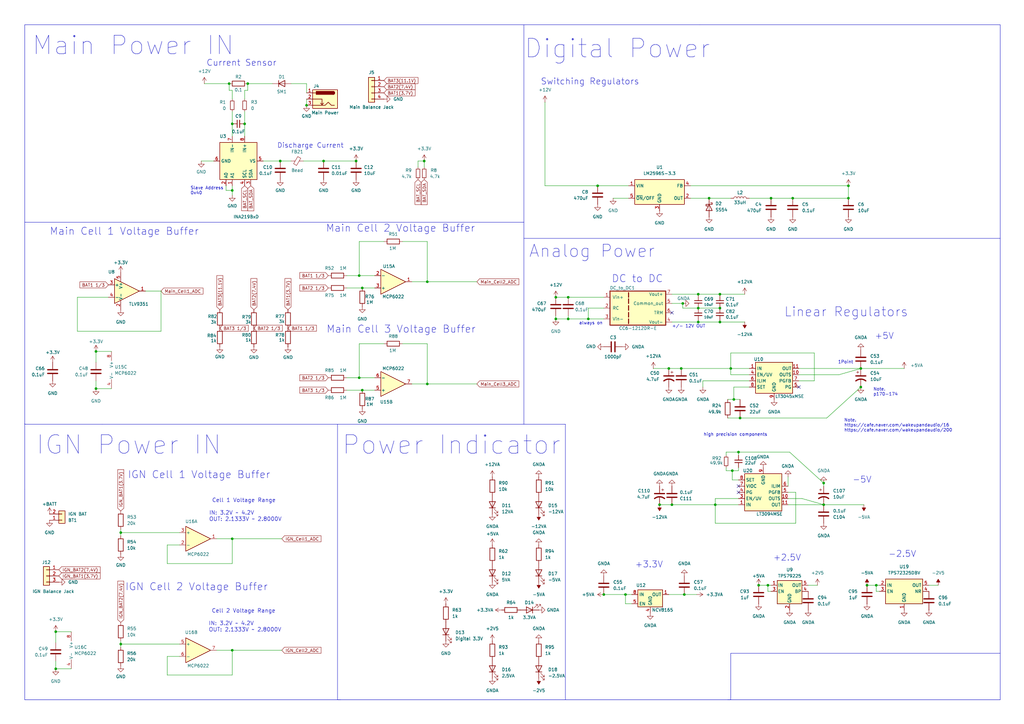
<source format=kicad_sch>
(kicad_sch (version 20250114) (generator "eeschema") (generator_version "9.0")
  (paper "A3")
  (title_block (title "Main Power") (date "2024-09-21") (rev "2.0"))
  (text "-2.5V" (at 370.078 227.33 0) (effects (font (size 2.54 2.54))))
  (text "IGN Cell 2 Voltage Buffer" (at 51.308 242.57 0) (effects (font (size 3 3)) (justify left bottom)))
  (text "Digital Power" (at 253.238 20.066 0) (effects (font (size 7.62 7.62))))
  (text " Cell 2 Voltage Range\n\nIN: 3.2V ~ 4.2V\nOUT: 2.1333V ~ 2.8000V" (at 85.598 259.334 0) (effects (font (size 1.6 1.6)) (justify left bottom)))
  (text "1Point" (at 343.662 149.352 0) (effects (font (size 1.27 1.27)) (justify left bottom)))
  (text "IGN Power IN" (at 52.832 182.626 0) (effects (font (size 7.62 7.62))))
  (text "DC to DC" (at 250.825 116.205 0) (effects (font (size 2.9972 2.9972)) (justify left bottom)))
  (text "Linear Regulators" (at 321.564 130.302 0) (effects (font (size 3.81 3.81)) (justify left bottom)))
  (text "Main Cell 3 Voltage Buffer" (at 133.858 136.906 0) (effects (font (size 3 3)) (justify left bottom)))
  (text "Slave Address\n0x40" (at 78.105 80.01 0) (effects (font (size 1.27 1.27)) (justify left bottom)))
  (text "+3.3V" (at 266.192 231.648 0) (effects (font (size 2.54 2.54))))
  (text "Note.\nhttps://cafe.naver.com/wakeupandaudio/16\nhttps://cafe.naver.com/wakeupandaudio/200" (at 346.202 177.292 0) (effects (font (size 1.27 1.27)) (justify left bottom)))
  (text " Cell 1 Voltage Range\n\nIN: 3.2V ~ 4.2V\nOUT: 2.1333V ~ 2.8000V" (at 85.725 213.995 0) (effects (font (size 1.6 1.6)) (justify left bottom)))
  (text "IGN Cell 1 Voltage Buffer" (at 52.324 196.596 0) (effects (font (size 3 3)) (justify left bottom)))
  (text "high precision components" (at 288.544 179.07 0) (effects (font (size 1.27 1.27)) (justify left bottom)))
  (text "Power Indicator" (at 185.166 182.626 0) (effects (font (size 7.62 7.62))))
  (text "Main Cell 1 Voltage Buffer" (at 20.32 96.774 0) (effects (font (size 3 3)) (justify left bottom)))
  (text "+5V" (at 362.712 137.922 0) (effects (font (size 2.54 2.54))))
  (text "always on" (at 237.49 133.35 0) (effects (font (size 1.27 1.27)) (justify left bottom)))
  (text "-5V" (at 353.568 196.85 0) (effects (font (size 2.54 2.54))))
  (text "+2.5V" (at 322.834 228.854 0) (effects (font (size 2.54 2.54))))
  (text "Main Cell 2 Voltage Buffer" (at 133.604 95.504 0) (effects (font (size 3 3)) (justify left bottom)))
  (text "Switching Regulators" (at 221.742 35.052 0) (effects (font (size 2.54 2.54)) (justify left bottom)))
  (text "Discharge Current" (at 113.665 60.96 0) (effects (font (size 2 2)) (justify left bottom)))
  (text "Note.\np170-174" (at 358.14 162.56 0) (effects (font (size 1.27 1.27)) (justify left bottom)))
  (text "Analog Power" (at 242.824 103.124 0) (effects (font (size 5.08 5.08))))
  (text "+/- 12V OUT" (at 275.59 134.62 0) (effects (font (size 1.27 1.27)) (justify left bottom)))
  (text "Main Power IN" (at 54.61 18.796 0) (effects (font (size 7.62 7.62))))
  (text "Current Sensor" (at 99.06 25.908 0) (effects (font (size 2.54 2.54))))
  (junction (at 337.82 198.12))
  (junction (at 316.23 81.28))
  (junction (at 175.26 115.57))
  (junction (at 314.96 240.03))
  (junction (at 101.6 34.29))
  (junction (at 295.275 120.65))
  (junction (at 95.25 50.8))
  (junction (at 295.275 126.365))
  (junction (at 241.3 130.81))
  (junction (at 39.37 144.145))
  (junction (at 325.12 81.28))
  (junction (at 233.045 121.92))
  (junction (at 125.73 43.18))
  (junction (at 286.385 126.365))
  (junction (at 247.65 243.84))
  (junction (at 347.98 81.28))
  (junction (at 147.32 154.94))
  (junction (at 132.715 66.04))
  (junction (at 173.99 66.04))
  (junction (at 359.41 240.03))
  (junction (at 49.53 218.44))
  (junction (at 337.82 207.01))
  (junction (at 300.355 193.04))
  (junction (at 22.86 259.08))
  (junction (at 347.98 76.2))
  (junction (at 95.25 266.7))
  (junction (at 299.72 151.13))
  (junction (at 114.935 66.04))
  (junction (at 275.59 207.01))
  (junction (at 274.32 151.13))
  (junction (at 256.54 243.84))
  (junction (at 227.965 130.81))
  (junction (at 270.51 207.01))
  (junction (at 290.83 81.28))
  (junction (at 245.11 76.2))
  (junction (at 233.045 130.81))
  (junction (at 353.06 158.75))
  (junction (at 148.59 160.02))
  (junction (at 355.6 240.03))
  (junction (at 286.385 120.65))
  (junction (at 175.26 157.48))
  (junction (at 280.67 243.84))
  (junction (at 39.37 159.385))
  (junction (at 286.385 132.08))
  (junction (at 295.275 132.08))
  (junction (at 311.15 240.03))
  (junction (at 95.25 78.105))
  (junction (at 280.035 124.46))
  (junction (at 93.98 34.29))
  (junction (at 300.99 163.83))
  (junction (at 303.53 171.45))
  (junction (at 22.86 274.32))
  (junction (at 146.05 66.04))
  (junction (at 95.25 220.98))
  (junction (at 279.4 151.13))
  (junction (at 147.32 113.03))
  (junction (at 100.33 50.8))
  (junction (at 49.53 264.16))
  (junction (at 302.895 185.42))
  (junction (at 148.59 118.11))
  (junction (at 293.37 207.01))
  (junction (at 227.965 121.92))
  (junction (at 353.06 151.13))
  (no_connect (at 302.895 201.93))
  (no_connect (at 275.59 128.27))
  (no_connect (at 327.66 158.75))
  (no_connect (at 302.895 199.39))
  (wire (pts (xy 381 240.03) (xy 384.81 240.03)))
  (wire (pts (xy 95.25 50.8) (xy 95.25 55.88)))
  (wire (pts (xy 49.53 218.44) (xy 49.53 219.71)))
  (wire (pts (xy 251.46 81.28) (xy 257.81 81.28)))
  (wire (pts (xy 95.25 276.86) (xy 95.25 266.7)))
  (polyline (pts (xy 10.16 200.66) (xy 10.16 287.02)))
  (wire (pts (xy 314.96 242.57) (xy 314.96 240.03)))
  (wire (pts (xy 148.59 118.11) (xy 153.67 118.11)))
  (wire (pts (xy 171.45 68.58) (xy 171.45 66.04)))
  (wire (pts (xy 256.54 247.65) (xy 256.54 243.84)))
  (wire (pts (xy 293.37 207.01) (xy 302.895 207.01)))
  (wire (pts (xy 293.37 204.47) (xy 293.37 207.01)))
  (wire (pts (xy 337.82 198.12) (xy 337.82 199.39)))
  (wire (pts (xy 66.04 119.38) (xy 59.69 119.38)))
  (polyline (pts (xy 214.884 97.79) (xy 410.21 97.79)))
  (wire (pts (xy 297.815 185.42) (xy 297.815 186.69)))
  (wire (pts (xy 337.82 207.01) (xy 354.33 207.01)))
  (wire (pts (xy 95.25 37.084) (xy 93.98 37.084)))
  (polyline (pts (xy 138.43 287.02) (xy 139.7 287.02)))
  (wire (pts (xy 92.71 76.2) (xy 92.71 78.105)))
  (wire (pts (xy 326.39 201.93) (xy 323.215 201.93)))
  (wire (pts (xy 227.965 129.54) (xy 227.965 130.81)))
  (wire (pts (xy 293.37 204.47) (xy 302.895 204.47)))
  (wire (pts (xy 298.45 163.83) (xy 300.99 163.83)))
  (wire (pts (xy 92.71 78.105) (xy 95.25 78.105)))
  (wire (pts (xy 44.45 121.92) (xy 31.75 121.92)))
  (polyline (pts (xy 299.72 267.97) (xy 299.72 287.02)))
  (wire (pts (xy 295.275 120.65) (xy 295.275 121.285)))
  (wire (pts (xy 275.59 132.08) (xy 286.385 132.08)))
  (wire (pts (xy 300.355 196.85) (xy 302.895 196.85)))
  (wire (pts (xy 275.59 120.65) (xy 286.385 120.65)))
  (wire (pts (xy 175.26 115.57) (xy 168.91 115.57)))
  (wire (pts (xy 49.53 218.44) (xy 73.66 218.44)))
  (wire (pts (xy 295.275 120.65) (xy 305.435 120.65)))
  (polyline (pts (xy 138.43 173.99) (xy 138.43 287.02)))
  (wire (pts (xy 100.33 45.72) (xy 100.33 50.8)))
  (wire (pts (xy 233.045 130.81) (xy 241.3 130.81)))
  (wire (pts (xy 165.1 99.06) (xy 175.26 99.06)))
  (wire (pts (xy 95.25 266.7) (xy 115.57 266.7)))
  (wire (pts (xy 95.25 231.14) (xy 95.25 220.98)))
  (wire (pts (xy 147.32 140.97) (xy 147.32 154.94)))
  (wire (pts (xy 360.68 242.57) (xy 359.41 242.57)))
  (wire (pts (xy 256.54 243.84) (xy 259.08 243.84)))
  (wire (pts (xy 49.53 217.17) (xy 49.53 218.44)))
  (wire (pts (xy 66.04 135.89) (xy 66.04 119.38)))
  (wire (pts (xy 286.385 120.65) (xy 295.275 120.65)))
  (polyline (pts (xy 299.72 287.02) (xy 298.45 287.02)))
  (wire (pts (xy 241.3 126.365) (xy 241.3 130.81)))
  (wire (pts (xy 95.25 37.084) (xy 95.25 40.64)))
  (wire (pts (xy 157.48 140.97) (xy 147.32 140.97)))
  (wire (pts (xy 39.37 144.145) (xy 39.37 148.59)))
  (wire (pts (xy 73.66 269.24) (xy 68.58 269.24)))
  (wire (pts (xy 73.66 223.52) (xy 68.58 223.52)))
  (wire (pts (xy 95.25 220.98) (xy 88.9 220.98)))
  (wire (pts (xy 119.38 34.29) (xy 125.73 34.29)))
  (wire (pts (xy 107.95 66.04) (xy 114.935 66.04)))
  (wire (pts (xy 280.67 243.84) (xy 285.75 243.84)))
  (wire (pts (xy 125.73 40.64) (xy 125.73 43.18)))
  (polyline (pts (xy 10.16 173.99) (xy 10.16 173.736)))
  (wire (pts (xy 300.355 193.04) (xy 300.355 196.85)))
  (wire (pts (xy 49.53 262.89) (xy 49.53 264.16)))
  (wire (pts (xy 171.45 66.04) (xy 173.99 66.04)))
  (wire (pts (xy 49.53 264.16) (xy 73.66 264.16)))
  (wire (pts (xy 307.34 81.28) (xy 316.23 81.28)))
  (polyline (pts (xy 41.91 173.99) (xy 214.884 173.99)))
  (wire (pts (xy 100.33 50.8) (xy 100.33 55.88)))
  (wire (pts (xy 142.24 160.02) (xy 148.59 160.02)))
  (wire (pts (xy 359.41 242.57) (xy 359.41 240.03)))
  (wire (pts (xy 233.045 129.54) (xy 233.045 130.81)))
  (wire (pts (xy 288.29 156.21) (xy 307.34 156.21)))
  (polyline (pts (xy 410.21 10.16) (xy 287.02 10.16)))
  (wire (pts (xy 241.3 130.81) (xy 247.65 130.81)))
  (wire (pts (xy 142.24 113.03) (xy 147.32 113.03)))
  (wire (pts (xy 300.99 163.83) (xy 300.99 158.75)))
  (wire (pts (xy 286.385 121.285) (xy 286.385 120.65)))
  (polyline (pts (xy 410.21 97.79) (xy 410.21 10.16)))
  (wire (pts (xy 175.26 140.97) (xy 175.26 157.48)))
  (wire (pts (xy 125.73 34.29) (xy 125.73 38.1)))
  (wire (pts (xy 316.23 81.28) (xy 325.12 81.28)))
  (wire (pts (xy 331.47 240.03) (xy 335.28 240.03)))
  (wire (pts (xy 245.11 76.2) (xy 257.81 76.2)))
  (polyline (pts (xy 214.884 173.99) (xy 231.902 173.99)))
  (wire (pts (xy 157.48 99.06) (xy 147.32 99.06)))
  (wire (pts (xy 347.98 76.2) (xy 347.98 81.28)))
  (wire (pts (xy 22.86 274.32) (xy 22.86 271.145)))
  (wire (pts (xy 302.895 193.04) (xy 300.355 193.04)))
  (wire (pts (xy 132.715 66.04) (xy 146.05 66.04)))
  (wire (pts (xy 39.37 159.385) (xy 39.37 156.21)))
  (wire (pts (xy 300.99 158.75) (xy 307.34 158.75)))
  (wire (pts (xy 259.08 247.65) (xy 256.54 247.65)))
  (wire (pts (xy 300.355 193.04) (xy 297.815 193.04)))
  (wire (pts (xy 175.26 99.06) (xy 175.26 115.57)))
  (wire (pts (xy 283.21 76.2) (xy 347.98 76.2)))
  (wire (pts (xy 82.55 66.04) (xy 87.63 66.04)))
  (wire (pts (xy 290.83 81.28) (xy 299.72 81.28)))
  (wire (pts (xy 297.815 185.42) (xy 302.895 185.42)))
  (polyline (pts (xy 231.902 173.99) (xy 231.902 287.02)))
  (wire (pts (xy 274.32 151.13) (xy 279.4 151.13)))
  (wire (pts (xy 323.85 185.42) (xy 337.82 198.12)))
  (wire (pts (xy 302.895 185.42) (xy 302.895 186.69)))
  (wire (pts (xy 267.97 151.13) (xy 274.32 151.13)))
  (polyline (pts (xy 410.21 267.97) (xy 299.72 267.97)))
  (wire (pts (xy 353.06 158.75) (xy 339.09 171.45)))
  (polyline (pts (xy 10.16 10.16) (xy 287.02 10.16)))
  (wire (pts (xy 49.53 264.16) (xy 49.53 265.43)))
  (wire (pts (xy 359.41 240.03) (xy 360.68 240.03)))
  (wire (pts (xy 286.385 126.365) (xy 295.275 126.365)))
  (wire (pts (xy 280.035 124.46) (xy 280.035 126.365)))
  (polyline (pts (xy 10.16 173.99) (xy 10.16 173.736)))
  (wire (pts (xy 299.72 144.78) (xy 299.72 151.13)))
  (wire (pts (xy 124.46 66.04) (xy 132.715 66.04)))
  (wire (pts (xy 147.32 99.06) (xy 147.32 113.03)))
  (wire (pts (xy 280.035 124.46) (xy 275.59 124.46)))
  (wire (pts (xy 175.26 157.48) (xy 195.58 157.48)))
  (wire (pts (xy 223.52 41.91) (xy 223.52 76.2)))
  (wire (pts (xy 142.24 154.94) (xy 147.32 154.94)))
  (wire (pts (xy 334.01 156.21) (xy 334.01 144.78)))
  (wire (pts (xy 323.215 204.47) (xy 328.93 204.47)))
  (wire (pts (xy 95.25 76.2) (xy 95.25 78.105)))
  (wire (pts (xy 311.15 240.03) (xy 314.96 240.03)))
  (wire (pts (xy 31.75 121.92) (xy 31.75 135.89)))
  (wire (pts (xy 327.66 151.13) (xy 353.06 151.13)))
  (wire (pts (xy 298.45 171.45) (xy 303.53 171.45)))
  (wire (pts (xy 227.965 130.81) (xy 233.045 130.81)))
  (wire (pts (xy 114.935 66.04) (xy 119.38 66.04)))
  (wire (pts (xy 101.6 34.29) (xy 111.76 34.29)))
  (wire (pts (xy 68.58 269.24) (xy 68.58 276.86)))
  (wire (pts (xy 95.25 78.105) (xy 95.25 80.01)))
  (wire (pts (xy 95.25 45.72) (xy 95.25 50.8)))
  (wire (pts (xy 148.59 160.02) (xy 153.67 160.02)))
  (wire (pts (xy 39.37 159.385) (xy 45.72 159.385)))
  (wire (pts (xy 142.24 118.11) (xy 148.59 118.11)))
  (wire (pts (xy 31.75 135.89) (xy 66.04 135.89)))
  (wire (pts (xy 323.215 207.01) (xy 337.82 207.01)))
  (wire (pts (xy 83.82 34.29) (xy 93.98 34.29)))
  (wire (pts (xy 68.58 276.86) (xy 95.25 276.86)))
  (wire (pts (xy 175.26 115.57) (xy 195.58 115.57)))
  (wire (pts (xy 270.51 207.01) (xy 275.59 207.01)))
  (wire (pts (xy 303.53 171.45) (xy 339.09 171.45)))
  (wire (pts (xy 288.29 156.21) (xy 288.29 158.75)))
  (wire (pts (xy 233.045 121.92) (xy 247.65 121.92)))
  (polyline (pts (xy 10.16 287.02) (xy 410.21 287.02)))
  (wire (pts (xy 101.6 37.084) (xy 101.6 34.29)))
  (polyline (pts (xy 10.16 10.16) (xy 10.16 200.66)))
  (wire (pts (xy 175.26 157.48) (xy 168.91 157.48)))
  (wire (pts (xy 300.99 163.83) (xy 303.53 163.83)))
  (wire (pts (xy 293.37 214.63) (xy 293.37 207.01)))
  (wire (pts (xy 328.93 204.47) (xy 337.82 207.01)))
  (polyline (pts (xy 41.91 173.99) (xy 10.16 173.99)))
  (wire (pts (xy 286.385 131.445) (xy 286.385 132.08)))
  (wire (pts (xy 286.385 132.08) (xy 295.275 132.08)))
  (wire (pts (xy 22.86 259.08) (xy 29.21 259.08)))
  (wire (pts (xy 22.86 259.08) (xy 22.86 263.525)))
  (wire (pts (xy 327.66 156.21) (xy 334.01 156.21)))
  (wire (pts (xy 286.385 126.365) (xy 280.035 126.365)))
  (wire (pts (xy 173.99 66.04) (xy 173.99 68.58)))
  (wire (pts (xy 326.39 201.93) (xy 326.39 214.63)))
  (wire (pts (xy 325.12 81.28) (xy 347.98 81.28)))
  (wire (pts (xy 299.72 153.67) (xy 299.72 151.13)))
  (wire (pts (xy 68.58 231.14) (xy 95.25 231.14)))
  (wire (pts (xy 275.59 207.01) (xy 293.37 207.01)))
  (wire (pts (xy 326.39 214.63) (xy 293.37 214.63)))
  (wire (pts (xy 247.65 243.84) (xy 256.54 243.84)))
  (wire (pts (xy 355.6 240.03) (xy 359.41 240.03)))
  (wire (pts (xy 95.25 266.7) (xy 88.9 266.7)))
  (wire (pts (xy 100.33 37.084) (xy 100.33 40.64)))
  (wire (pts (xy 302.895 191.77) (xy 302.895 193.04)))
  (wire (pts (xy 279.4 151.13) (xy 299.72 151.13)))
  (polyline (pts (xy 10.16 91.186) (xy 214.884 91.186)))
  (wire (pts (xy 147.32 113.03) (xy 153.67 113.03)))
  (wire (pts (xy 295.275 132.08) (xy 305.435 132.08)))
  (wire (pts (xy 353.06 151.13) (xy 370.84 151.13)))
  (wire (pts (xy 334.01 144.78) (xy 299.72 144.78)))
  (wire (pts (xy 274.32 243.84) (xy 280.67 243.84)))
  (wire (pts (xy 223.52 76.2) (xy 245.11 76.2)))
  (wire (pts (xy 314.96 240.03) (xy 316.23 240.03)))
  (wire (pts (xy 297.815 193.04) (xy 297.815 191.77)))
  (wire (pts (xy 307.34 153.67) (xy 299.72 153.67)))
  (wire (pts (xy 353.06 151.13) (xy 344.17 153.67)))
  (wire (pts (xy 95.25 220.98) (xy 115.57 220.98)))
  (wire (pts (xy 68.58 223.52) (xy 68.58 231.14)))
  (wire (pts (xy 283.21 81.28) (xy 290.83 81.28)))
  (wire (pts (xy 227.965 121.92) (xy 233.045 121.92)))
  (polyline (pts (xy 410.21 287.02) (xy 410.21 97.79)))
  (wire (pts (xy 323.215 195.58) (xy 323.215 199.39)))
  (wire (pts (xy 39.37 144.145) (xy 45.72 144.145)))
  (wire (pts (xy 100.33 37.084) (xy 101.6 37.084)))
  (wire (pts (xy 316.23 242.57) (xy 314.96 242.57)))
  (wire (pts (xy 147.32 154.94) (xy 153.67 154.94)))
  (wire (pts (xy 22.86 274.32) (xy 29.21 274.32)))
  (wire (pts (xy 299.72 151.13) (xy 307.34 151.13)))
  (wire (pts (xy 327.66 153.67) (xy 344.17 153.67)))
  (wire (pts (xy 302.895 185.42) (xy 323.85 185.42)))
  (wire (pts (xy 93.98 37.084) (xy 93.98 34.29)))
  (polyline (pts (xy 214.884 10.16) (xy 214.884 173.99)))
  (wire (pts (xy 165.1 140.97) (xy 175.26 140.97)))
  (wire (pts (xy 295.275 132.08) (xy 295.275 131.445)))
  (wire (pts (xy 247.65 126.365) (xy 241.3 126.365)))
  (global_label "BAT2 1{slash}3" (shape input) (at 134.62 154.94 180) (property "Intersheetrefs" "${INTERSHEET_REFS}" (effects (hide yes))))
  (global_label "BAT2(7.4V)" (shape input) (at 104.14 127 90) (property "Intersheetrefs" "${INTERSHEET_REFS}" (effects (hide yes))))
  (global_label "BAT_SCL" (shape input) (at 171.45 73.66 270) (property "Intersheetrefs" "${INTERSHEET_REFS}" (effects (hide yes))))
  (global_label "Main_Cell3_ADC" (shape input) (at 195.58 157.48 0) (property "Intersheetrefs" "${INTERSHEET_REFS}" (effects (hide yes))))
  (global_label "Main_Cell1_ADC" (shape input) (at 66.04 119.38 0) (property "Intersheetrefs" "${INTERSHEET_REFS}" (effects (hide yes))))
  (global_label "BAT2 1{slash}3" (shape input) (at 134.62 118.11 180) (property "Intersheetrefs" "${INTERSHEET_REFS}" (effects (hide yes))))
  (global_label "IGN_BAT1(3.7V)" (shape input) (at 24.13 236.22 0) (property "Intersheetrefs" "${INTERSHEET_REFS}" (effects (hide yes))))
  (global_label "BAT1(3.7V)" (shape input) (at 118.11 127 90) (property "Intersheetrefs" "${INTERSHEET_REFS}" (effects (hide yes))))
  (global_label "BAT3(11.1V)" (shape input) (at 90.17 127 90) (property "Intersheetrefs" "${INTERSHEET_REFS}" (effects (hide yes))))
  (global_label "BAT2 1{slash}3" (shape input) (at 104.14 134.62 0) (property "Intersheetrefs" "${INTERSHEET_REFS}" (effects (hide yes))))
  (global_label "BAT1 1{slash}3" (shape input) (at 118.11 134.62 0) (property "Intersheetrefs" "${INTERSHEET_REFS}" (effects (hide yes))))
  (global_label "BAT3(11.1V)" (shape input) (at 157.48 33.02 0) (property "Intersheetrefs" "${INTERSHEET_REFS}" (effects (hide yes))))
  (global_label "BAT_SDA" (shape input) (at 102.87 76.2 270) (property "Intersheetrefs" "${INTERSHEET_REFS}" (effects (hide yes))))
  (global_label "IGN_BAT2(7.4V)" (shape input) (at 24.13 233.68 0) (property "Intersheetrefs" "${INTERSHEET_REFS}" (effects (hide yes))))
  (global_label "BAT1 1{slash}3" (shape input) (at 44.45 116.84 180) (property "Intersheetrefs" "${INTERSHEET_REFS}" (effects (hide yes))))
  (global_label "BAT_SDA" (shape input) (at 173.99 73.66 270) (property "Intersheetrefs" "${INTERSHEET_REFS}" (effects (hide yes))))
  (global_label "IGN_BAT2(7.4V)" (shape input) (at 49.53 255.27 90) (property "Intersheetrefs" "${INTERSHEET_REFS}" (effects (hide yes))))
  (global_label "BAT1 1{slash}3" (shape input) (at 134.62 113.03 180) (property "Intersheetrefs" "${INTERSHEET_REFS}" (effects (hide yes))))
  (global_label "BAT3 1{slash}3" (shape input) (at 90.17 134.62 0) (property "Intersheetrefs" "${INTERSHEET_REFS}" (effects (hide yes))))
  (global_label "IGN_Cell2_ADC" (shape input) (at 115.57 266.7 0) (property "Intersheetrefs" "${INTERSHEET_REFS}" (effects (hide yes))))
  (global_label "BAT3 1{slash}3" (shape input) (at 134.62 160.02 180) (property "Intersheetrefs" "${INTERSHEET_REFS}" (effects (hide yes))))
  (global_label "BAT1(3.7V)" (shape input) (at 157.48 38.1 0) (property "Intersheetrefs" "${INTERSHEET_REFS}" (effects (hide yes))))
  (global_label "IGN_Cell1_ADC" (shape input) (at 115.57 220.98 0) (property "Intersheetrefs" "${INTERSHEET_REFS}" (effects (hide yes))))
  (global_label "Main_Cell2_ADC" (shape input) (at 195.58 115.57 0) (property "Intersheetrefs" "${INTERSHEET_REFS}" (effects (hide yes))))
  (global_label "BAT2(7.4V)" (shape input) (at 157.48 35.56 0) (property "Intersheetrefs" "${INTERSHEET_REFS}" (effects (hide yes))))
  (global_label "IGN_BAT1(3.7V)" (shape input) (at 49.53 209.55 90) (property "Intersheetrefs" "${INTERSHEET_REFS}" (effects (hide yes))))
  (global_label "BAT_SCL" (shape input) (at 100.33 76.2 270) (property "Intersheetrefs" "${INTERSHEET_REFS}" (effects (hide yes))))
  (symbol (lib_id "Device:R") (at 138.43 160.02 90) (unit 1)
    (property "Reference" "R86" (at 135.128 163.068 90))
    (property "Value" "1M" (at 140.716 163.068 90))
    (property "Footprint" "Resistor_SMD:R_0603_1608Metric" (effects (hide yes)))
  )
  (symbol (lib_id "power:GND") (at 182.88 262.89 0) (unit 1)
    (property "Reference" "#PWR0185" (effects (hide yes)))
    (property "Value" "GND" (at 182.88 267.97 0))
    (property "Description" "Power symbol creates a global label with name \"GND\" , ground" (effects (hide yes)))
  )
  (symbol (lib_id "power:GND") (at 49.53 227.33 0) (unit 1)
    (property "Reference" "#PWR0141" (effects (hide yes)))
    (property "Value" "GND" (at 49.53 231.775 0))
  )
  (symbol (lib_id "Device:C") (at 331.47 246.38 0) (unit 1)
    (property "Reference" "C94" (at 335.28 245.1099 0) (effects (justify left)))
    (property "Value" "0.1uF" (at 335.28 247.6499 0) (effects (justify left)))
    (property "Footprint" "Capacitor_SMD:C_0805_2012Metric" (effects (hide yes)))
  )
  (symbol (lib_id "power:GND") (at 148.59 167.64 0) (unit 1)
    (property "Reference" "#PWR0120" (effects (hide yes)))
    (property "Value" "GND" (at 148.59 172.72 0))
    (property "Description" "Power symbol creates a global label with name \"GND\" , ground" (effects (hide yes)))
  )
  (symbol (lib_id "DC-Electronic-Load-rescue:CC6-1212Dx-E-CC6-1212DR-E-DC-Electronic-Load-rescue-DC-Electronic-Load-rescue-DC-Electronic-Load-rescue") (at 261.62 127 0) (unit 1)
    (property "Reference" "DC_to_DC1" (at 255.27 118.11 0))
    (property "Value" "CC6-1212DR-E" (at 261.62 134.62 0))
    (property "Footprint" "PCB:CONV_CC6-1212SR-E" (effects (hide yes)))
  )
  (symbol (lib_id "Device:C_Small") (at 295.275 123.825 0) (unit 1)
    (property "Reference" "C71" (at 297.6118 122.6566 0) (effects (justify left)))
    (property "Value" "0.1uF" (at 297.6118 124.968 0) (effects (justify left)))
    (property "Footprint" "Capacitor_SMD:C_0805_2012Metric" (effects (hide yes)))
  )
  (symbol (lib_id "Amplifier_Operational:MCP6022") (at 81.28 266.7 0) (unit 2)
    (property "Reference" "U16" (at 78.486 259.334 0))
    (property "Value" "MCP6022" (at 81.28 273.05 0))
    (property "Footprint" "Package_SO:SOIC-8_3.9x4.9mm_P1.27mm" (effects (hide yes)))
    (property "Datasheet" "http://ww1.microchip.com/downloads/en/devicedoc/20001685e.pdf" (effects (hide yes)))
    (property "Description" "Dual Operational Amplifiers, Rail-to-Rail Input/Output, DIP-8/SOIC-8/TSSOP-8" (effects (hide yes)))
  )
  (symbol (lib_name "GNDA_3") (lib_id "power:GNDA") (at 355.6 247.65 0) (unit 1)
    (property "Reference" "#PWR0208" (effects (hide yes)))
    (property "Value" "GNDA" (at 355.6 252.73 0))
    (property "Description" "Power symbol creates a global label with name \"GNDA\" , analog ground" (effects (hide yes)))
  )
  (symbol (lib_name "GNDA_3") (lib_id "power:GNDA") (at 381 250.19 0) (unit 1)
    (property "Reference" "#PWR0210" (effects (hide yes)))
    (property "Value" "GNDA" (at 381 255.27 0))
    (property "Description" "Power symbol creates a global label with name \"GNDA\" , analog ground" (effects (hide yes)))
  )
  (symbol (lib_id "Device:D") (at 115.57 34.29 0) (unit 1)
    (property "Reference" "D1" (at 115.57 31.496 0))
    (property "Value" "SM1" (at 115.57 37.592 0))
    (property "Footprint" "Diode_SMD:D_SMA" (effects (hide yes)))
    (property "Description" "Diode" (effects (hide yes)))
    (property "Sim.Device" "D" (effects (hide yes)))
    (property "Sim.Pins" "1=K 2=A" (effects (hide yes)))
  )
  (symbol (lib_id "Device:R") (at 220.98 227.33 0) (unit 1)
    (property "Reference" "R94" (at 223.52 226.0599 0) (effects (justify left)))
    (property "Value" "1k" (at 223.52 228.5999 0) (effects (justify left)))
    (property "Footprint" "Resistor_SMD:R_0805_2012Metric" (effects (hide yes)))
    (property "Description" "Resistor" (effects (hide yes)))
  )
  (symbol (lib_id "power:+3.3V") (at 146.05 66.04 0) (unit 1)
    (property "Reference" "#PWR024" (effects (hide yes)))
    (property "Value" "+3.3V" (at 146.05 60.96 0))
  )
  (symbol (lib_id "power:GNDA") (at 274.32 158.75 0) (mirror y) (unit 1)
    (property "Reference" "#PWR0103" (effects (hide yes)))
    (property "Value" "GNDA" (at 274.32 163.83 0))
  )
  (symbol (lib_id "Device:R") (at 90.17 130.81 0) (mirror y) (unit 1)
    (property "Reference" "R82" (at 87.122 129.794 0))
    (property "Value" "3k" (at 87.63 132.08 0))
    (property "Footprint" "Resistor_SMD:R_0805_2012Metric" (effects (hide yes)))
    (property "Description" "Resistor" (effects (hide yes)))
  )
  (symbol (lib_name "GNDA_1") (lib_id "power:GNDA") (at 201.93 210.82 0) (unit 1)
    (property "Reference" "#PWR0183" (effects (hide yes)))
    (property "Value" "GNDA" (at 201.93 215.9 0))
    (property "Description" "Power symbol creates a global label with name \"GNDA\" , analog ground" (effects (hide yes)))
  )
  (symbol (lib_id "DC-Electronic-Load-rescue:GND-nixie-cache-DC-Electronic-Load-rescue-DC-Electronic-Load-rescue-DC-Electronic-Load-rescue") (at 313.055 191.77 180) (unit 1)
    (property "Reference" "#PWR0213" (effects (hide yes)))
    (property "Value" "GNDA" (at 312.928 187.3758 0))
  )
  (symbol (lib_id "power:GNDA") (at 353.06 158.75 0) (unit 1)
    (property "Reference" "#PWR0108" (effects (hide yes)))
    (property "Value" "GNDA" (at 353.06 163.83 0))
  )
  (symbol (lib_id "power:+5VA") (at 201.93 223.52 0) (unit 1)
    (property "Reference" "#PWR0187" (effects (hide yes)))
    (property "Value" "+5VA" (at 199.39 218.948 0) (effects (justify left)))
    (property "Description" "Power symbol creates a global label with name \"+5VA\"" (effects (hide yes)))
  )
  (symbol (lib_id "power:GND") (at 148.59 125.73 0) (unit 1)
    (property "Reference" "#PWR050" (effects (hide yes)))
    (property "Value" "GND" (at 148.59 130.81 0))
    (property "Description" "Power symbol creates a global label with name \"GND\" , ground" (effects (hide yes)))
  )
  (symbol (lib_id "Amplifier_Operational:MCP6022") (at 31.75 266.7 0) (unit 3)
    (property "Reference" "U16" (at 30.48 265.4299 0) (effects (justify left)))
    (property "Value" "MCP6022" (at 30.48 267.9699 0) (effects (justify left)))
    (property "Footprint" "Package_SO:SOIC-8_3.9x4.9mm_P1.27mm" (effects (hide yes)))
    (property "Datasheet" "http://ww1.microchip.com/downloads/en/devicedoc/20001685e.pdf" (effects (hide yes)))
    (property "Description" "Dual Operational Amplifiers, Rail-to-Rail Input/Output, DIP-8/SOIC-8/TSSOP-8" (effects (hide yes)))
  )
  (symbol (lib_id "Amplifier_Operational:MCP6022") (at 48.26 151.765 0) (unit 3)
    (property "Reference" "U15" (at 46.99 150.4949 0) (effects (justify left)))
    (property "Value" "MCP6022" (at 46.99 153.0349 0) (effects (justify left)))
    (property "Footprint" "Package_SO:SOIC-8_3.9x4.9mm_P1.27mm" (effects (hide yes)))
    (property "Datasheet" "http://ww1.microchip.com/downloads/en/devicedoc/20001685e.pdf" (effects (hide yes)))
    (property "Description" "Dual Operational Amplifiers, Rail-to-Rail Input/Output, DIP-8/SOIC-8/TSSOP-8" (effects (hide yes)))
  )
  (symbol (lib_id "Device:FerriteBead_Small") (at 121.92 66.04 90) (unit 1)
    (property "Reference" "FB21" (at 121.92 62.23 90))
    (property "Value" "Bead" (at 121.92 69.85 90))
    (property "Footprint" "Inductor_SMD:L_0805_2012Metric" (effects (hide yes)))
  )
  (symbol (lib_id "power:GND") (at 245.11 83.82 0) (unit 1)
    (property "Reference" "#PWR018" (effects (hide yes)))
    (property "Value" "GND" (at 245.11 88.9 0))
    (property "Description" "Power symbol creates a global label with name \"GND\" , ground" (effects (hide yes)))
  )
  (symbol (lib_id "Device:R") (at 209.55 250.19 90) (unit 1)
    (property "Reference" "R64" (at 211.582 247.142 90) (effects (justify left)))
    (property "Value" "1k" (at 210.82 253.238 90) (effects (justify left)))
    (property "Footprint" "Resistor_SMD:R_0805_2012Metric" (effects (hide yes)))
    (property "Description" "Resistor" (effects (hide yes)))
  )
  (symbol (lib_id "Device:R") (at 138.43 113.03 90) (unit 1)
    (property "Reference" "R52" (at 135.128 109.982 90))
    (property "Value" "1M" (at 140.716 109.982 90))
    (property "Footprint" "Resistor_SMD:R_0603_1608Metric" (effects (hide yes)))
  )
  (symbol (lib_name "GNDA_1") (lib_id "power:GNDA") (at 220.98 195.58 180) (unit 1)
    (property "Reference" "#PWR0186" (effects (hide yes)))
    (property "Value" "GNDA" (at 220.98 190.5 0))
    (property "Description" "Power symbol creates a global label with name \"GNDA\" , analog ground" (effects (hide yes)))
  )
  (symbol (lib_name "GNDA_3") (lib_id "power:GNDA") (at 370.84 250.19 0) (unit 1)
    (property "Reference" "#PWR0209" (effects (hide yes)))
    (property "Value" "GNDA" (at 370.84 255.27 0))
    (property "Description" "Power symbol creates a global label with name \"GNDA\" , analog ground" (effects (hide yes)))
  )
  (symbol (lib_id "Device:R_Small") (at 297.815 189.23 180) (unit 1)
    (property "Reference" "R92" (at 295.91 187.96 0) (effects (justify left)))
    (property "Value" "49.9k" (at 296.545 189.865 0) (effects (justify left)))
    (property "Footprint" "Resistor_SMD:R_1206_3216Metric" (effects (hide yes)))
  )
  (symbol (lib_id "Device:R") (at 298.45 167.64 0) (mirror x) (unit 1)
    (property "Reference" "R24" (at 295.91 166.3699 0) (effects (justify right)))
    (property "Value" "49.9k" (at 295.91 168.9099 0) (effects (justify right)))
    (property "Footprint" "Resistor_SMD:R_0805_2012Metric" (effects (hide yes)))
  )
  (symbol (lib_id "Device:C") (at 251.46 142.24 270) (mirror x) (unit 1)
    (property "Reference" "C3" (at 251.46 138.43 90))
    (property "Value" "1000pF" (at 251.46 146.304 90))
    (property "Footprint" "Capacitor_SMD:C_2220_5750Metric" (effects (hide yes)))
  )
  (symbol (lib_id "Device:C") (at 355.6 243.84 0) (mirror y) (unit 1)
    (property "Reference" "C95" (at 351.79 242.5699 0) (effects (justify left)))
    (property "Value" "1uF" (at 351.79 245.1099 0) (effects (justify left)))
    (property "Footprint" "Capacitor_SMD:C_0805_2012Metric" (effects (hide yes)))
  )
  (symbol (lib_id "power:GND") (at 20.32 213.36 0) (unit 1)
    (property "Reference" "#PWR027" (effects (hide yes)))
    (property "Value" "GND" (at 20.32 218.44 0))
    (property "Description" "Power symbol creates a global label with name \"GND\" , ground" (effects (hide yes)))
  )
  (symbol (lib_id "Device:R") (at 182.88 251.46 0) (unit 1)
    (property "Reference" "R63" (at 185.42 250.1899 0) (effects (justify left)))
    (property "Value" "1k" (at 185.42 252.7299 0) (effects (justify left)))
    (property "Footprint" "Resistor_SMD:R_0805_2012Metric" (effects (hide yes)))
    (property "Description" "Resistor" (effects (hide yes)))
  )
  (symbol (lib_id "power:+5VA") (at 311.15 240.03 0) (mirror y) (unit 1)
    (property "Reference" "#PWR0203" (effects (hide yes)))
    (property "Value" "+5VA" (at 313.69 236.22 0) (effects (justify left)))
    (property "Description" "Power symbol creates a global label with name \"+5VA\"" (effects (hide yes)))
  )
  (symbol (lib_id "power:+3.3V") (at 173.99 66.04 0) (unit 1)
    (property "Reference" "#PWR03" (effects (hide yes)))
    (property "Value" "+3.3V" (at 173.99 60.96 0))
  )
  (symbol (lib_id "Device:LED") (at 201.93 207.01 90) (unit 1)
    (property "Reference" "D11" (at 205.74 207.3274 90) (effects (justify right)))
    (property "Value" "12VA" (at 205.74 209.8674 90) (effects (justify right)))
    (property "Footprint" "LED_SMD:LED_0805_2012Metric" (effects (hide yes)))
    (property "Description" "Light emitting diode" (effects (hide yes)))
  )
  (symbol (lib_id "power:GNDA") (at 337.82 198.12 180) (unit 1)
    (property "Reference" "#PWR0216" (effects (hide yes)))
    (property "Value" "GNDA" (at 337.82 193.04 0))
  )
  (symbol (lib_id "power:GND") (at 21.59 156.21 0) (unit 1)
    (property "Reference" "#PWR0126" (effects (hide yes)))
    (property "Value" "GND" (at 21.59 161.29 0))
  )
  (symbol (lib_id "Device:R") (at 220.98 199.39 0) (unit 1)
    (property "Reference" "R91" (at 223.52 198.1199 0) (effects (justify left)))
    (property "Value" "10k" (at 223.52 200.6599 0) (effects (justify left)))
    (property "Footprint" "Resistor_SMD:R_0603_1608Metric" (effects (hide yes)))
    (property "Description" "Resistor" (effects (hide yes)))
  )
  (symbol (lib_id "Amplifier_Operational:TLV9301xDBV") (at 52.07 119.38 0) (unit 1)
    (property "Reference" "U8" (at 45.72 111.506 0))
    (property "Value" "TLV9351" (at 56.896 124.714 0))
    (property "Footprint" "Package_TO_SOT_SMD:SOT-23-5" (effects (hide yes)))
    (property "Datasheet" "https://www.ti.com/lit/ds/symlink/tlv9301.pdf" (effects (hide yes)))
    (property "Description" "40-V, 1-MHz, RRO Operational Amplifiers for Cost-Sensitive Systems, SOT-23-5" (effects (hide yes)))
  )
  (symbol (lib_id "Device:C") (at 347.98 85.09 0) (unit 1)
    (property "Reference" "C6" (at 351.79 83.8199 0) (effects (justify left)))
    (property "Value" "10uF" (at 351.79 86.3599 0) (effects (justify left)))
    (property "Footprint" "Capacitor_SMD:C_1210_3225Metric" (effects (hide yes)))
    (property "Description" "Unpolarized capacitor" (effects (hide yes)))
  )
  (symbol (lib_id "power:+12VA") (at 201.93 195.58 0) (unit 1)
    (property "Reference" "#PWR0176" (effects (hide yes)))
    (property "Value" "+12VA" (at 201.93 190.5 0))
    (property "Description" "Power symbol creates a global label with name \"+12VA\"" (effects (hide yes)))
  )
  (symbol (lib_id "power:GND") (at 39.37 159.385 0) (unit 1)
    (property "Reference" "#PWR0144" (effects (hide yes)))
    (property "Value" "GND" (at 39.37 164.465 0))
  )
  (symbol (lib_id "nixie-cache:GND") (at 82.55 66.04 0) (unit 1)
    (property "Reference" "#PWR020" (effects (hide yes)))
    (property "Value" "GND" (at 82.55 70.485 0))
  )
  (symbol (lib_id "Device:C") (at 247.65 240.03 0) (unit 1)
    (property "Reference" "C55" (at 251.46 238.7599 0) (effects (justify left)))
    (property "Value" "0.1uF" (at 251.46 241.2999 0) (effects (justify left)))
    (property "Footprint" "Capacitor_SMD:C_0805_2012Metric" (effects (hide yes)))
  )
  (symbol (lib_id "power:+2V5") (at 335.28 240.03 0) (unit 1)
    (property "Reference" "#PWR0190" (effects (hide yes)))
    (property "Value" "+2V5" (at 335.28 234.95 0))
    (property "Description" "Power symbol creates a global label with name \"+2V5\"" (effects (hide yes)))
  )
  (symbol (lib_id "Connector_Generic:Conn_01x03") (at 19.05 236.22 0) (mirror y) (unit 1)
    (property "Reference" "J12" (at 20.828 230.632 0) (effects (justify left)))
    (property "Value" "IGN Balance Jack" (at 30.48 242.57 0) (effects (justify left)))
    (property "Footprint" "Connector_JST:JST_XH_B3B-XH-A_1x03_P2.50mm_Vertical" (effects (hide yes)))
  )
  (symbol (lib_id "Device:C") (at 279.4 154.94 0) (unit 1)
    (property "Reference" "C51" (at 282.575 153.6699 0) (effects (justify left)))
    (property "Value" "0.1uF" (at 282.575 156.2099 0) (effects (justify left)))
    (property "Footprint" "Capacitor_SMD:C_0805_2012Metric" (effects (hide yes)))
  )
  (symbol (lib_id "power:GND") (at 49.53 273.05 0) (unit 1)
    (property "Reference" "#PWR078" (effects (hide yes)))
    (property "Value" "GND" (at 49.53 277.495 0))
  )
  (symbol (lib_id "Device:R") (at 97.79 34.29 90) (unit 1)
    (property "Reference" "R2" (at 97.79 31.496 90))
    (property "Value" "0.1" (at 97.79 36.83 90))
    (property "Footprint" "Package_TO_SOT_THT:TO-126-2_Horizontal_TabDown" (effects (hide yes)))
  )
  (symbol (lib_id "nixie-cache:GND") (at 95.25 80.01 0) (unit 1)
    (property "Reference" "#PWR026" (effects (hide yes)))
    (property "Value" "GND" (at 95.25 84.455 0))
  )
  (symbol (lib_id "Device:C") (at 303.53 167.64 0) (unit 1)
    (property "Reference" "C52" (at 307.34 166.3699 0) (effects (justify left)))
    (property "Value" "22uF" (at 307.34 168.9099 0) (effects (justify left)))
    (property "Footprint" "Capacitor_SMD:C_0805_2012Metric" (effects (hide yes)))
  )
  (symbol (lib_id "Device:R_Small") (at 171.45 71.12 0) (mirror y) (unit 1)
    (property "Reference" "R9" (at 168.91 69.8499 0) (effects (justify left)))
    (property "Value" "4.7k" (at 168.91 72.3899 0) (effects (justify left)))
    (property "Footprint" "Resistor_SMD:R_1206_3216Metric" (effects (hide yes)))
  )
  (symbol (lib_id "Regulator_Switching:LM2596S-3.3") (at 270.51 78.74 0) (unit 1)
    (property "Reference" "U1" (at 270.51 68.58 0))
    (property "Value" "LM2596S-3.3" (at 270.51 71.12 0))
    (property "Footprint" "Package_TO_SOT_SMD:TO-263-5_TabPin3" (effects (hide yes)))
    (property "Datasheet" "http://www.ti.com/lit/ds/symlink/lm2596.pdf" (effects (hide yes)))
    (property "Description" "3.3V 3A Step-Down Voltage Regulator, TO-263" (effects (hide yes)))
  )
  (symbol (lib_id "Device:R") (at 201.93 266.7 0) (unit 1)
    (property "Reference" "R93" (at 204.47 265.4299 0) (effects (justify left)))
    (property "Value" "1k" (at 204.47 267.9699 0) (effects (justify left)))
    (property "Footprint" "Resistor_SMD:R_0805_2012Metric" (effects (hide yes)))
    (property "Description" "Resistor" (effects (hide yes)))
  )
  (symbol (lib_id "power:GNDA") (at 288.29 158.75 0) (unit 1)
    (property "Reference" "#PWR0105" (effects (hide yes)))
    (property "Value" "GNDA" (at 288.29 163.83 0))
  )
  (symbol (lib_id "power:-12VA") (at 270.51 207.01 180) (unit 1)
    (property "Reference" "#PWR0212" (effects (hide yes)))
    (property "Value" "-12VA" (at 270.51 212.09 0))
    (property "Description" "Power symbol creates a global label with name \"-12VA\"" (effects (hide yes)))
  )
  (symbol (lib_id "power:GND") (at 90.17 142.24 0) (unit 1)
    (property "Reference" "#PWR0119" (effects (hide yes)))
    (property "Value" "GND" (at 92.202 146.304 0) (effects (justify right)))
    (property "Description" "Power symbol creates a global label with name \"GND\" , ground" (effects (hide yes)))
  )
  (symbol (lib_id "Device:R") (at 201.93 199.39 0) (unit 1)
    (property "Reference" "R90" (at 204.47 198.1199 0) (effects (justify left)))
    (property "Value" "10k" (at 204.47 200.6599 0) (effects (justify left)))
    (property "Footprint" "Resistor_SMD:R_0603_1608Metric" (effects (hide yes)))
    (property "Description" "Resistor" (effects (hide yes)))
  )
  (symbol (lib_id "Device:C") (at 114.935 69.85 0) (mirror y) (unit 1)
    (property "Reference" "C10" (at 111.76 68.5799 0) (effects (justify left)))
    (property "Value" "0.1uF" (at 111.76 71.1199 0) (effects (justify left)))
    (property "Footprint" "Capacitor_SMD:C_0805_2012Metric" (effects (hide yes)))
  )
  (symbol (lib_id "Device:R") (at 148.59 163.83 180) (unit 1)
    (property "Reference" "R87" (at 151.638 163.576 0))
    (property "Value" "1M" (at 151.638 165.862 0))
    (property "Footprint" "Resistor_SMD:R_0603_1608Metric" (effects (hide yes)))
  )
  (symbol (lib_id "power:GNDA") (at 317.5 163.83 0) (unit 1)
    (property "Reference" "#PWR0106" (effects (hide yes)))
    (property "Value" "GNDA" (at 317.5 168.91 0))
  )
  (symbol (lib_id "Device:R") (at 49.53 213.36 0) (unit 1)
    (property "Reference" "R53" (at 52.07 212.0899 0) (effects (justify left)))
    (property "Value" "20k" (at 52.07 214.6299 0) (effects (justify left)))
    (property "Footprint" "Resistor_SMD:R_0805_2012Metric" (effects (hide yes)))
  )
  (symbol (lib_id "Amplifier_Operational:MCP6022") (at 161.29 115.57 0) (mirror x) (unit 1)
    (property "Reference" "U15" (at 159.512 109.22 0))
    (property "Value" "MCP6022" (at 161.29 121.666 0))
    (property "Footprint" "Package_SO:SOIC-8_3.9x4.9mm_P1.27mm" (effects (hide yes)))
    (property "Datasheet" "http://ww1.microchip.com/downloads/en/devicedoc/20001685e.pdf" (effects (hide yes)))
    (property "Description" "Dual Operational Amplifiers, Rail-to-Rail Input/Output, DIP-8/SOIC-8/TSSOP-8" (effects (hide yes)))
  )
  (symbol (lib_id "Device:C_Polarized_US") (at 270.51 203.2 0) (mirror y) (unit 1)
    (property "Reference" "C110" (at 266.7 201.2949 0) (effects (justify left)))
    (property "Value" "4.7uF" (at 266.7 203.8349 0) (effects (justify left)))
    (property "Footprint" "Capacitor_SMD:C_0805_2012Metric" (effects (hide yes)))
  )
  (symbol (lib_id "power:-5VA") (at 354.33 207.01 180) (unit 1)
    (property "Reference" "#PWR0211" (effects (hide yes)))
    (property "Value" "-5VA" (at 354.33 212.09 0))
    (property "Description" "Power symbol creates a global label with name \"-5VA\"" (effects (hide yes)))
  )
  (symbol (lib_id "DC-Electronic-Load-rescue:GND-nixie-cache-DC-Electronic-Load-rescue-DC-Electronic-Load-rescue-DC-Electronic-Load-rescue") (at 323.215 195.58 180) (unit 1)
    (property "Reference" "#PWR0214" (effects (hide yes)))
    (property "Value" "GNDA" (at 323.088 191.1858 0))
  )
  (symbol (lib_id "Device:C") (at 227.965 125.73 0) (mirror y) (unit 1)
    (property "Reference" "C67" (at 224.155 124.4599 0) (effects (justify left)))
    (property "Value" "470uF" (at 224.155 126.9999 0) (effects (justify left)))
    (property "Footprint" "PCB:MVG25WV470M" (effects (hide yes)))
    (property "Description" "Unpolarized capacitor" (effects (hide yes)))
  )
  (symbol (lib_id "power:GND") (at 49.53 127 0) (unit 1)
    (property "Reference" "#PWR0124" (effects (hide yes)))
    (property "Value" "GND" (at 49.53 132.08 0))
  )
  (symbol (lib_id "Device:C") (at 381 246.38 0) (unit 1)
    (property "Reference" "C96" (at 384.81 245.1099 0) (effects (justify left)))
    (property "Value" "0.1uF" (at 384.81 247.6499 0) (effects (justify left)))
    (property "Footprint" "Capacitor_SMD:C_0805_2012Metric" (effects (hide yes)))
  )
  (symbol (lib_id "Connector_Generic:Conn_01x02") (at 25.4 213.36 0) (mirror x) (unit 1)
    (property "Reference" "BT1" (at 27.94 213.3601 0) (effects (justify left)))
    (property "Value" "IGN BAT" (at 27.94 210.8201 0) (effects (justify left)))
    (property "Footprint" "Connector_AMASS:AMASS_XT60-M_1x02_P7.20mm_Vertical" (effects (hide yes)))
    (property "Description" "Generic connector, single row, 01x02, script generated (kicad-library-utils/schlib/autogen/connector/)" (effects (hide yes)))
  )
  (symbol (lib_id "Device:R") (at 49.53 269.24 0) (unit 1)
    (property "Reference" "R56" (at 52.07 267.9699 0) (effects (justify left)))
    (property "Value" "20k" (at 52.07 270.5099 0) (effects (justify left)))
    (property "Footprint" "Resistor_SMD:R_0805_2012Metric" (effects (hide yes)))
  )
  (symbol (lib_id "Device:C") (at 275.59 203.2 0) (mirror x) (unit 1)
    (property "Reference" "C111" (at 278.765 204.4701 0) (effects (justify left)))
    (property "Value" "0.1uF" (at 278.765 201.9301 0) (effects (justify left)))
    (property "Footprint" "Capacitor_SMD:C_0805_2012Metric" (effects (hide yes)))
  )
  (symbol (lib_id "Connector_Generic:Conn_01x04") (at 152.4 35.56 0) (mirror y) (unit 1)
    (property "Reference" "J5" (at 152.4 29.718 0))
    (property "Value" "Main Balance Jack" (at 152.4 43.942 0))
    (property "Footprint" "Connector_JST:JST_XH_B4B-XH-A_1x04_P2.50mm_Vertical" (effects (hide yes)))
    (property "Description" "Generic connector, single row, 01x04, script generated (kicad-library-utils/schlib/autogen/connector/)" (effects (hide yes)))
  )
  (symbol (lib_id "power:+3.3V") (at 21.59 148.59 0) (unit 1)
    (property "Reference" "#PWR0125" (effects (hide yes)))
    (property "Value" "+3.3V" (at 21.59 144.526 0))
  )
  (symbol (lib_id "Device:LED") (at 220.98 274.32 90) (unit 1)
    (property "Reference" "D18" (at 224.79 274.6374 90) (effects (justify right)))
    (property "Value" "-2.5VA" (at 224.79 277.1774 90) (effects (justify right)))
    (property "Footprint" "LED_SMD:LED_0805_2012Metric" (effects (hide yes)))
    (property "Description" "Light emitting diode" (effects (hide yes)))
  )
  (symbol (lib_id "power:+12V") (at 227.965 121.92 0) (unit 1)
    (property "Reference" "#PWR0170" (effects (hide yes)))
    (property "Value" "+12V" (at 227.965 116.84 0))
    (property "Description" "Power symbol creates a global label with name \"+12V\"" (effects (hide yes)))
  )
  (symbol (lib_id "Device:LED") (at 220.98 234.95 90) (unit 1)
    (property "Reference" "D17" (at 224.79 235.2674 90) (effects (justify right)))
    (property "Value" "-5VA" (at 224.79 237.8074 90) (effects (justify right)))
    (property "Footprint" "LED_SMD:LED_0805_2012Metric" (effects (hide yes)))
    (property "Description" "Light emitting diode" (effects (hide yes)))
  )
  (symbol (lib_id "power:+5VA") (at 247.65 243.84 90) (unit 1)
    (property "Reference" "#PWR0142" (effects (hide yes)))
    (property "Value" "+5VA" (at 243.84 243.8399 90) (effects (justify left)))
    (property "Description" "Power symbol creates a global label with name \"+5VA\"" (effects (hide yes)))
  )
  (symbol (lib_id "nixie-cache:GND") (at 125.73 43.18 0) (mirror y) (unit 1)
    (property "Reference" "#PWR02" (effects (hide yes)))
    (property "Value" "GND" (at 125.73 47.625 0))
  )
  (symbol (lib_id "power:-5VA") (at 220.98 238.76 180) (unit 1)
    (property "Reference" "#PWR0222" (effects (hide yes)))
    (property "Value" "-5VA" (at 220.98 243.84 0))
    (property "Description" "Power symbol creates a global label with name \"-5VA\"" (effects (hide yes)))
  )
  (symbol (lib_name "GNDA_2") (lib_id "power:GNDA") (at 280.035 124.46 90) (unit 1)
    (property "Reference" "#PWR0163" (effects (hide yes)))
    (property "Value" "GNDA" (at 277.749 122.428 90) (effects (justify right)))
    (property "Description" "Power symbol creates a global label with name \"GNDA\" , analog ground" (effects (hide yes)))
  )
  (symbol (lib_id "power:+3.3V") (at 39.37 144.145 0) (unit 1)
    (property "Reference" "#PWR0143" (effects (hide yes)))
    (property "Value" "+3.3V" (at 39.37 140.081 0))
  )
  (symbol (lib_id "power:GND") (at 118.11 142.24 0) (mirror y) (unit 1)
    (property "Reference" "#PWR051" (effects (hide yes)))
    (property "Value" "GND" (at 116.078 146.558 0) (effects (justify right)))
    (property "Description" "Power symbol creates a global label with name \"GND\" , ground" (effects (hide yes)))
  )
  (symbol (lib_id "Device:L") (at 303.53 81.28 90) (unit 1)
    (property "Reference" "L2" (at 303.53 78.994 90))
    (property "Value" "33uH" (at 303.53 83.058 90))
    (property "Footprint" "Inductor_SMD:L_12x12mm_H8mm" (effects (hide yes)))
    (property "Description" "Inductor" (effects (hide yes)))
  )
  (symbol (lib_id "Device:R_Small") (at 95.25 43.18 0) (mirror x) (unit 1)
    (property "Reference" "R1" (at 92.71 41.9099 0) (effects (justify right)))
    (property "Value" "0" (at 92.71 44.4499 0) (effects (justify right)))
    (property "Footprint" "Resistor_SMD:R_0805_2012Metric" (effects (hide yes)))
  )
  (symbol (lib_id "Device:C") (at 337.82 210.82 0) (mirror x) (unit 1)
    (property "Reference" "C104" (at 341.63 212.0901 0) (effects (justify left)))
    (property "Value" "0.1uF" (at 341.63 209.5501 0) (effects (justify left)))
    (property "Footprint" "Capacitor_SMD:C_0805_2012Metric" (effects (hide yes)))
  )
  (symbol (lib_id "Device:C") (at 21.59 152.4 0) (mirror x) (unit 1)
    (property "Reference" "C66" (at 18.415 151.1299 0) (effects (justify right)))
    (property "Value" "0.1uF" (at 18.415 153.6699 0) (effects (justify right)))
    (property "Footprint" "Capacitor_SMD:C_0805_2012Metric" (effects (hide yes)))
  )
  (symbol (lib_id "Device:R") (at 104.14 138.43 0) (mirror y) (unit 1)
    (property "Reference" "R80" (at 101.092 137.414 0))
    (property "Value" "1k" (at 101.854 139.446 0))
    (property "Footprint" "Resistor_SMD:R_0805_2012Metric" (effects (hide yes)))
    (property "Description" "Resistor" (effects (hide yes)))
  )
  (symbol (lib_id "Regulator_Linear:LT3094xMSE") (at 313.055 201.93 0) (mirror x) (unit 1)
    (property "Reference" "U20" (at 306.705 193.04 0))
    (property "Value" "LT3094MSE" (at 315.595 210.82 0))
    (property "Footprint" "Package_SO:MSOP-12-1EP_3x4mm_P0.65mm_EP1.65x2.85mm" (effects (hide yes)))
    (property "Datasheet" "https://www.analog.com/media/en/technical-documentation/data-sheets/LT3094.pdf" (effects (hide yes)))
  )
  (symbol (lib_id "power:-2V5") (at 220.98 278.13 180) (unit 1)
    (property "Reference" "#PWR0223" (effects (hide yes)))
    (property "Value" "-2V5" (at 220.98 283.21 0))
    (property "Description" "Power symbol creates a global label with name \"-2V5\"" (effects (hide yes)))
  )
  (symbol (lib_id "Device:C") (at 325.12 85.09 0) (unit 1)
    (property "Reference" "C5" (at 328.93 83.8199 0) (effects (justify left)))
    (property "Value" "0.1uF" (at 328.93 86.3599 0) (effects (justify left)))
    (property "Footprint" "Capacitor_SMD:C_0805_2012Metric" (effects (hide yes)))
    (property "Description" "Unpolarized capacitor" (effects (hide yes)))
  )
  (symbol (lib_id "Device:C_Small") (at 97.79 50.8 90) (unit 1)
    (property "Reference" "C9" (at 97.79 47.625 90))
    (property "Value" "0.1uF" (at 97.79 53.975 90))
    (property "Footprint" "Capacitor_SMD:C_0805_2012Metric" (effects (hide yes)))
  )
  (symbol (lib_id "power:GND") (at 104.14 142.24 0) (unit 1)
    (property "Reference" "#PWR0110" (effects (hide yes)))
    (property "Value" "GND" (at 106.172 146.558 0) (effects (justify right)))
    (property "Description" "Power symbol creates a global label with name \"GND\" , ground" (effects (hide yes)))
  )
  (symbol (lib_id "power:GNDA") (at 247.65 236.22 0) (mirror x) (unit 1)
    (property "Reference" "#PWR0112" (effects (hide yes)))
    (property "Value" "GNDA" (at 247.65 231.14 0))
  )
  (symbol (lib_id "nixie-cache:GND") (at 114.935 73.66 0) (mirror y) (unit 1)
    (property "Reference" "#PWR022" (effects (hide yes)))
    (property "Value" "GND" (at 114.935 78.105 0))
  )
  (symbol (lib_id "power:GND") (at 227.965 130.81 0) (unit 1)
    (property "Reference" "#PWR0150" (effects (hide yes)))
    (property "Value" "GND" (at 227.965 135.89 0))
    (property "Description" "Power symbol creates a global label with name \"GND\" , ground" (effects (hide yes)))
  )
  (symbol (lib_id "MY_LDO:NCV8165") (at 266.7 245.11 0) (unit 1)
    (property "Reference" "U12" (at 262.89 240.03 0))
    (property "Value" "NCV8165" (at 271.78 250.19 0))
    (property "Footprint" "Package_DFN_QFN:DFN-8-1EP_3x3mm_P0.65mm_EP1.55x2.4mm" (effects (hide yes)))
    (property "Datasheet" "https://www.mouser.kr/datasheet/2/308/1/NCV8165_D-2317572.pdf" (effects (hide yes)))
  )
  (symbol (lib_id "Device:R") (at 148.59 121.92 180) (unit 1)
    (property "Reference" "R76" (at 151.638 121.666 0))
    (property "Value" "1M" (at 151.638 123.952 0))
    (property "Footprint" "Resistor_SMD:R_0603_1608Metric" (effects (hide yes)))
  )
  (symbol (lib_id "Device:R") (at 49.53 259.08 0) (unit 1)
    (property "Reference" "R55" (at 52.07 257.8099 0) (effects (justify left)))
    (property "Value" "10k" (at 52.07 260.3499 0) (effects (justify left)))
    (property "Footprint" "Resistor_SMD:R_0603_1608Metric" (effects (hide yes)))
    (property "Description" "Resistor" (effects (hide yes)))
  )
  (symbol (lib_id "power:GNDA") (at 279.4 158.75 0) (unit 1)
    (property "Reference" "#PWR0104" (effects (hide yes)))
    (property "Value" "GNDA" (at 279.4 163.83 0))
  )
  (symbol (lib_id "Device:R") (at 118.11 138.43 0) (unit 1)
    (property "Reference" "R78" (at 114.808 137.414 0))
    (property "Value" "1k" (at 115.57 139.446 0))
    (property "Footprint" "Resistor_SMD:R_0805_2012Metric" (effects (hide yes)))
    (property "Description" "Resistor" (effects (hide yes)))
  )
  (symbol (lib_id "Regulator_Linear:TPS72325DBV") (at 370.84 242.57 0) (unit 1)
    (property "Reference" "U19" (at 370.84 232.41 0))
    (property "Value" "TPS72325DBV" (at 370.84 234.95 0))
    (property "Footprint" "Package_TO_SOT_SMD:SOT-23-5" (effects (hide yes)))
    (property "Datasheet" "https://www.ti.com/lit/ds/symlink/tps723.pdf" (effects (hide yes)))
    (property "Description" "200-mA, Low-Noise, High-PSRR, Negative Output Low-Dropout Linear Regulator, Fixed Output -2.5 V, SOT-23-5" (effects (hide yes)))
  )
  (symbol (lib_id "Device:R") (at 161.29 99.06 90) (unit 1)
    (property "Reference" "R51" (at 161.29 96.012 90))
    (property "Value" "1M" (at 161.036 101.854 90))
    (property "Footprint" "Resistor_SMD:R_0603_1608Metric" (effects (hide yes)))
  )
  (symbol (lib_id "Analog_ADC:INA219BxD") (at 97.79 66.04 270) (unit 1)
    (property "Reference" "U3" (at 91.44 55.88 90))
    (property "Value" "INA219BxD" (at 100.965 88.9 90))
    (property "Footprint" "Package_SO:SOIC-8_3.9x4.9mm_P1.27mm" (effects (hide yes)))
    (property "Datasheet" "http://www.ti.com/lit/ds/symlink/ina219.pdf" (effects (hide yes)))
  )
  (symbol (lib_id "power:+12V") (at 223.52 41.91 0) (unit 1)
    (property "Reference" "#PWR019" (effects (hide yes)))
    (property "Value" "+12V" (at 223.52 36.83 0))
    (property "Description" "Power symbol creates a global label with name \"+12V\"" (effects (hide yes)))
  )
  (symbol (lib_id "Device:C_Small") (at 295.275 128.905 0) (unit 1)
    (property "Reference" "C82" (at 297.6118 127.7366 0) (effects (justify left)))
    (property "Value" "0.1uF" (at 297.6118 130.048 0) (effects (justify left)))
    (property "Footprint" "Capacitor_SMD:C_0805_2012Metric" (effects (hide yes)))
  )
  (symbol (lib_id "power:GNDA") (at 275.59 199.39 0) (mirror x) (unit 1)
    (property "Reference" "#PWR0218" (effects (hide yes)))
    (property "Value" "GNDA" (at 275.59 194.31 0))
  )
  (symbol (lib_id "Device:LED") (at 201.93 234.95 90) (unit 1)
    (property "Reference" "D12" (at 205.74 235.2674 90) (effects (justify right)))
    (property "Value" "5VA" (at 205.74 237.8074 90) (effects (justify right)))
    (property "Footprint" "LED_SMD:LED_0805_2012Metric" (effects (hide yes)))
    (property "Description" "Light emitting diode" (effects (hide yes)))
  )
  (symbol (lib_id "Device:R") (at 138.43 154.94 90) (unit 1)
    (property "Reference" "R85" (at 135.128 151.892 90))
    (property "Value" "1M" (at 140.716 151.892 90))
    (property "Footprint" "Resistor_SMD:R_0603_1608Metric" (effects (hide yes)))
  )
  (symbol (lib_id "Connector:Barrel_Jack_Switch_Pin3Ring") (at 133.35 40.64 0) (mirror y) (unit 1)
    (property "Reference" "J4" (at 128.524 35.306 0) (effects (justify right)))
    (property "Value" "Main Power" (at 127.762 46.228 0) (effects (justify right)))
    (property "Footprint" "Connector_BarrelJack:BarrelJack_Horizontal" (effects (hide yes)))
    (property "Description" "DC Barrel Jack with an internal switch" (effects (hide yes)))
  )
  (symbol (lib_id "power:GND") (at 347.98 88.9 0) (unit 1)
    (property "Reference" "#PWR014" (effects (hide yes)))
    (property "Value" "GND" (at 347.98 93.98 0))
    (property "Description" "Power symbol creates a global label with name \"GND\" , ground" (effects (hide yes)))
  )
  (symbol (lib_id "Device:C_Polarized_US") (at 274.32 154.94 0) (mirror y) (unit 1)
    (property "Reference" "C50" (at 270.51 153.0349 0) (effects (justify left)))
    (property "Value" "4.7uF" (at 270.51 155.5749 0) (effects (justify left)))
    (property "Footprint" "Capacitor_SMD:C_0805_2012Metric" (effects (hide yes)))
  )
  (symbol (lib_id "power:GND") (at 22.86 274.32 0) (unit 1)
    (property "Reference" "#PWR0146" (effects (hide yes)))
    (property "Value" "GND" (at 22.86 279.4 0))
  )
  (symbol (lib_id "Regulator_Linear:TPS79318-EP") (at 323.85 242.57 0) (unit 1)
    (property "Reference" "U9" (at 323.85 233.68 0))
    (property "Value" "TPS79225" (at 323.85 236.22 0))
    (property "Footprint" "Package_TO_SOT_SMD:SOT-23-5" (effects (hide yes)))
    (property "Datasheet" "http://www.ti.com/lit/ds/symlink/tps79333-ep.pdf" (effects (hide yes)))
    (property "Description" "200mA UltraLow-Noise, High-Precision, Fast RF, Low Drop-out Voltage Regulator, Fixed Output 1.8V, SOT-23" (effects (hide yes)))
  )
  (symbol (lib_id "power:+5VA") (at 370.84 151.13 0) (unit 1)
    (property "Reference" "#PWR0109" (effects (hide yes)))
    (property "Value" "+5VA" (at 373.38 149.8599 0) (effects (justify left)))
    (property "Description" "Power symbol creates a global label with name \"+5VA\"" (effects (hide yes)))
  )
  (symbol (lib_id "Device:C") (at 316.23 85.09 0) (mirror y) (unit 1)
    (property "Reference" "C4" (at 312.42 83.8199 0) (effects (justify left)))
    (property "Value" "470uF" (at 312.42 86.3599 0) (effects (justify left)))
    (property "Footprint" "PCB:MVG25WV470M" (effects (hide yes)))
    (property "Description" "Unpolarized capacitor" (effects (hide yes)))
  )
  (symbol (lib_id "power:+3.3V") (at 49.53 111.76 0) (unit 1)
    (property "Reference" "#PWR0121" (effects (hide yes)))
    (property "Value" "+3.3V" (at 49.53 107.696 0))
  )
  (symbol (lib_id "Device:R") (at 201.93 227.33 0) (unit 1)
    (property "Reference" "R62" (at 204.47 226.0599 0) (effects (justify left)))
    (property "Value" "1k" (at 204.47 228.5999 0) (effects (justify left)))
    (property "Footprint" "Resistor_SMD:R_0805_2012Metric" (effects (hide yes)))
    (property "Description" "Resistor" (effects (hide yes)))
  )
  (symbol (lib_id "power:+2V5") (at 201.93 262.89 0) (unit 1)
    (property "Reference" "#PWR0224" (effects (hide yes)))
    (property "Value" "+2V5" (at 201.93 257.81 0))
    (property "Description" "Power symbol creates a global label with name \"+2V5\"" (effects (hide yes)))
  )
  (symbol (lib_id "Device:C_Small") (at 286.385 123.825 0) (unit 1)
    (property "Reference" "C69" (at 288.7218 122.6566 0) (effects (justify left)))
    (property "Value" "10uF" (at 288.7218 124.968 0) (effects (font (size 1.016 1.016)) (justify left)))
    (property "Footprint" "Capacitor_SMD:C_1210_3225Metric" (effects (hide yes)))
  )
  (symbol (lib_id "Device:R_Small") (at 173.99 71.12 0) (unit 1)
    (property "Reference" "R8" (at 176.53 69.8499 0) (effects (justify left)))
    (property "Value" "4.7k" (at 176.276 72.39 0) (effects (justify left)))
    (property "Footprint" "Resistor_SMD:R_1206_3216Metric" (effects (hide yes)))
  )
  (symbol (lib_id "power:GND") (at 270.51 86.36 0) (unit 1)
    (property "Reference" "#PWR015" (effects (hide yes)))
    (property "Value" "GND" (at 270.51 91.44 0))
    (property "Description" "Power symbol creates a global label with name \"GND\" , ground" (effects (hide yes)))
  )
  (symbol (lib_id "Device:R") (at 104.14 130.81 0) (mirror y) (unit 1)
    (property "Reference" "R79" (at 101.092 130.048 0))
    (property "Value" "3k" (at 101.854 132.08 0))
    (property "Footprint" "Resistor_SMD:R_0805_2012Metric" (effects (hide yes)))
    (property "Description" "Resistor" (effects (hide yes)))
  )
  (symbol (lib_id "nixie-cache:GND") (at 132.715 73.66 0) (mirror y) (unit 1)
    (property "Reference" "#PWR023" (effects (hide yes)))
    (property "Value" "GND" (at 132.715 78.105 0))
  )
  (symbol (lib_name "GNDA_1") (lib_id "power:GNDA") (at 220.98 223.52 180) (unit 1)
    (property "Reference" "#PWR0221" (effects (hide yes)))
    (property "Value" "GNDA" (at 220.98 218.44 0))
    (property "Description" "Power symbol creates a global label with name \"GNDA\" , analog ground" (effects (hide yes)))
  )
  (symbol (lib_id "Device:C") (at 353.06 147.32 0) (unit 1)
    (property "Reference" "C53" (at 356.87 146.0499 0) (effects (justify left)))
    (property "Value" "0.1uF" (at 356.87 148.5899 0) (effects (justify left)))
    (property "Footprint" "Capacitor_SMD:C_0805_2012Metric" (effects (hide yes)))
  )
  (symbol (lib_id "Device:C_Small") (at 286.385 128.905 0) (unit 1)
    (property "Reference" "C70" (at 288.7218 127.7366 0) (effects (justify left)))
    (property "Value" "10uF" (at 288.7218 130.048 0) (effects (font (size 1.016 1.016)) (justify left)))
    (property "Footprint" "Capacitor_SMD:C_1210_3225Metric" (effects (hide yes)))
  )
  (symbol (lib_id "power:GNDA") (at 280.67 236.22 0) (mirror x) (unit 1)
    (property "Reference" "#PWR0115" (effects (hide yes)))
    (property "Value" "GNDA" (at 280.67 231.14 0))
  )
  (symbol (lib_id "power:-5VA") (at 355.6 240.03 0) (unit 1)
    (property "Reference" "#PWR0207" (effects (hide yes)))
    (property "Value" "-5VA" (at 355.6 234.95 0))
    (property "Description" "Power symbol creates a global label with name \"-5VA\"" (effects (hide yes)))
  )
  (symbol (lib_id "power:GND") (at 325.12 88.9 0) (unit 1)
    (property "Reference" "#PWR012" (effects (hide yes)))
    (property "Value" "GND" (at 325.12 93.98 0))
    (property "Description" "Power symbol creates a global label with name \"GND\" , ground" (effects (hide yes)))
  )
  (symbol (lib_id "power:GND") (at 290.83 88.9 0) (unit 1)
    (property "Reference" "#PWR010" (effects (hide yes)))
    (property "Value" "GND" (at 290.83 93.98 0))
    (property "Description" "Power symbol creates a global label with name \"GND\" , ground" (effects (hide yes)))
  )
  (symbol (lib_name "GNDA_1") (lib_id "power:GNDA") (at 220.98 250.19 90) (unit 1)
    (property "Reference" "#PWR06" (effects (hide yes)))
    (property "Value" "GNDA" (at 226.822 250.19 90))
    (property "Description" "Power symbol creates a global label with name \"GNDA\" , analog ground" (effects (hide yes)))
  )
  (symbol (lib_name "GNDA_3") (lib_id "power:GNDA") (at 311.15 247.65 0) (unit 1)
    (property "Reference" "#PWR0204" (effects (hide yes)))
    (property "Value" "GNDA" (at 311.15 252.73 0))
    (property "Description" "Power symbol creates a global label with name \"GNDA\" , analog ground" (effects (hide yes)))
  )
  (symbol (lib_name "GNDA_3") (lib_id "power:GNDA") (at 331.47 250.19 0) (unit 1)
    (property "Reference" "#PWR0206" (effects (hide yes)))
    (property "Value" "GNDA" (at 331.47 255.27 0))
    (property "Description" "Power symbol creates a global label with name \"GNDA\" , analog ground" (effects (hide yes)))
  )
  (symbol (lib_id "power:GNDA") (at 337.82 214.63 0) (unit 1)
    (property "Reference" "#PWR0219" (effects (hide yes)))
    (property "Value" "GNDA" (at 337.82 219.71 0))
  )
  (symbol (lib_id "Device:R_Small") (at 100.33 43.18 0) (unit 1)
    (property "Reference" "R3" (at 102.87 41.9099 0) (effects (justify left)))
    (property "Value" "0" (at 102.87 44.4499 0) (effects (justify left)))
    (property "Footprint" "Resistor_SMD:R_0805_2012Metric" (effects (hide yes)))
  )
  (symbol (lib_id "Device:C") (at 311.15 243.84 0) (mirror y) (unit 1)
    (property "Reference" "C93" (at 307.34 242.5699 0) (effects (justify left)))
    (property "Value" "1uF" (at 307.34 245.1099 0) (effects (justify left)))
    (property "Footprint" "Capacitor_SMD:C_0805_2012Metric" (effects (hide yes)))
  )
  (symbol (lib_id "power:+3.3VA") (at 285.75 243.84 270) (unit 1)
    (property "Reference" "#PWR0117" (effects (hide yes)))
    (property "Value" "+3.3VA" (at 289.56 243.8399 90) (effects (justify left)))
  )
  (symbol (lib_id "power:GNDA") (at 270.51 199.39 180) (unit 1)
    (property "Reference" "#PWR0217" (effects (hide yes)))
    (property "Value" "GNDA" (at 270.51 194.31 0))
  )
  (symbol (lib_id "Device:C") (at 280.67 240.03 0) (mirror y) (unit 1)
    (property "Reference" "C57" (at 284.48 238.7599 0) (effects (justify right)))
    (property "Value" "0.1uF" (at 284.48 241.2999 0) (effects (justify right)))
    (property "Footprint" "Capacitor_SMD:C_0805_2012Metric" (effects (hide yes)))
  )
  (symbol (lib_id "Device:LED") (at 220.98 207.01 90) (unit 1)
    (property "Reference" "D15" (at 224.79 207.3274 90) (effects (justify right)))
    (property "Value" "-12VA" (at 224.79 209.8674 90) (effects (justify right)))
    (property "Footprint" "LED_SMD:LED_0805_2012Metric" (effects (hide yes)))
    (property "Description" "Light emitting diode" (effects (hide yes)))
  )
  (symbol (lib_id "Device:R") (at 220.98 266.7 0) (unit 1)
    (property "Reference" "R95" (at 223.52 265.4299 0) (effects (justify left)))
    (property "Value" "1k" (at 223.52 267.9699 0) (effects (justify left)))
    (property "Footprint" "Resistor_SMD:R_0805_2012Metric" (effects (hide yes)))
    (property "Description" "Resistor" (effects (hide yes)))
  )
  (symbol (lib_id "Device:C_Polarized_US") (at 337.82 203.2 0) (unit 1)
    (property "Reference" "C107" (at 341.63 201.2949 0) (effects (justify left)))
    (property "Value" "10uF" (at 341.63 203.8349 0) (effects (justify left)))
    (property "Footprint" "Capacitor_SMD:C_1210_3225Metric" (effects (hide yes)))
  )
  (symbol (lib_id "power:+3.3VA") (at 205.74 250.19 90) (unit 1)
    (property "Reference" "#PWR0188" (effects (hide yes)))
    (property "Value" "+3.3VA" (at 198.882 250.19 90))
  )
  (symbol (lib_id "power:-12VA") (at 220.98 210.82 180) (unit 1)
    (property "Reference" "#PWR0184" (effects (hide yes)))
    (property "Value" "-12VA" (at 220.98 215.9 0))
    (property "Description" "Power symbol creates a global label with name \"-12VA\"" (effects (hide yes)))
  )
  (symbol (lib_id "power:GNDA") (at 255.27 142.24 90) (unit 1)
    (property "Reference" "#PWR056" (effects (hide yes)))
    (property "Value" "GNDA" (at 259.08 142.2399 90) (effects (justify right)))
  )
  (symbol (lib_name "GNDA_3") (lib_id "power:GNDA") (at 323.85 250.19 0) (unit 1)
    (property "Reference" "#PWR0205" (effects (hide yes)))
    (property "Value" "GNDA" (at 323.85 255.27 0))
    (property "Description" "Power symbol creates a global label with name \"GNDA\" , analog ground" (effects (hide yes)))
  )
  (symbol (lib_id "Regulator_Linear:LT3045xMSE") (at 317.5 153.67 0) (unit 1)
    (property "Reference" "U10" (at 311.15 147.32 0))
    (property "Value" "LT3045xMSE" (at 323.85 162.56 0))
    (property "Footprint" "Package_SO:MSOP-12-1EP_3x4mm_P0.65mm_EP1.65x2.85mm" (effects (hide yes)))
    (property "Datasheet" "https://www.analog.com/media/en/technical-documentation/data-sheets/3045fa.pdf" (effects (hide yes)))
  )
  (symbol (lib_id "power:+12V") (at 83.82 34.29 0) (unit 1)
    (property "Reference" "#PWR021" (effects (hide yes)))
    (property "Value" "+12V" (at 83.82 29.21 0))
    (property "Description" "Power symbol creates a global label with name \"+12V\"" (effects (hide yes)))
  )
  (symbol (lib_id "power:+3.3V") (at 22.86 259.08 0) (unit 1)
    (property "Reference" "#PWR0145" (effects (hide yes)))
    (property "Value" "+3.3V" (at 22.86 254 0))
  )
  (symbol (lib_id "Device:C") (at 132.715 69.85 0) (mirror y) (unit 1)
    (property "Reference" "C11" (at 135.89 68.5799 0) (effects (justify right)))
    (property "Value" "0.01uF" (at 135.89 71.1199 0) (effects (justify right)))
    (property "Footprint" "Capacitor_SMD:C_0805_2012Metric" (effects (hide yes)))
  )
  (symbol (lib_id "power:+BATT") (at 20.32 210.82 0) (unit 1)
    (property "Reference" "#PWR01" (effects (hide yes)))
    (property "Value" "+BATT" (at 17.272 206.756 0) (effects (justify left)))
    (property "Description" "Power symbol creates a global label with name \"+BATT\"" (effects (hide yes)))
  )
  (symbol (lib_id "power:-2V5") (at 384.81 240.03 0) (unit 1)
    (property "Reference" "#PWR0197" (effects (hide yes)))
    (property "Value" "-2V5" (at 384.81 234.95 0))
    (property "Description" "Power symbol creates a global label with name \"-2V5\"" (effects (hide yes)))
  )
  (symbol (lib_id "Device:R") (at 49.53 223.52 0) (unit 1)
    (property "Reference" "R54" (at 52.07 222.2499 0) (effects (justify left)))
    (property "Value" "10k" (at 52.07 224.7899 0) (effects (justify left)))
    (property "Footprint" "Resistor_SMD:R_0603_1608Metric" (effects (hide yes)))
    (property "Description" "Resistor" (effects (hide yes)))
  )
  (symbol (lib_id "power:+3.3V") (at 182.88 247.65 0) (unit 1)
    (property "Reference" "#PWR0189" (effects (hide yes)))
    (property "Value" "+3.3V" (at 182.88 242.57 0))
    (property "Description" "Power symbol creates a global label with name \"+3.3V\"" (effects (hide yes)))
  )
  (symbol (lib_id "power:-12VA") (at 305.435 132.08 180) (unit 1)
    (property "Reference" "#PWR0164" (effects (hide yes)))
    (property "Value" "-12VA" (at 305.435 137.16 0))
    (property "Description" "Power symbol creates a global label with name \"-12VA\"" (effects (hide yes)))
  )
  (symbol (lib_id "Device:C_Small") (at 302.895 189.23 0) (mirror x) (unit 1)
    (property "Reference" "C108" (at 305.435 187.96 0) (effects (justify left)))
    (property "Value" "22uF" (at 305.435 189.865 0) (effects (justify left)))
    (property "Footprint" "Capacitor_SMD:C_0805_2012Metric" (effects (hide yes)))
  )
  (symbol (lib_id "power:GND") (at 157.48 40.64 90) (mirror x) (unit 1)
    (property "Reference" "#PWR0140" (effects (hide yes)))
    (property "Value" "GND" (at 161.29 40.6401 90) (effects (justify right)))
  )
  (symbol (lib_id "power:GNDA") (at 266.7 251.46 0) (unit 1)
    (property "Reference" "#PWR0114" (effects (hide yes)))
    (property "Value" "GNDA" (at 266.7 256.54 0))
  )
  (symbol (lib_id "Amplifier_Operational:MCP6022") (at 161.29 157.48 0) (mirror x) (unit 2)
    (property "Reference" "U15" (at 158.496 164.846 0))
    (property "Value" "MCP6022" (at 161.29 151.13 0))
    (property "Footprint" "Package_SO:SOIC-8_3.9x4.9mm_P1.27mm" (effects (hide yes)))
    (property "Datasheet" "http://ww1.microchip.com/downloads/en/devicedoc/20001685e.pdf" (effects (hide yes)))
    (property "Description" "Dual Operational Amplifiers, Rail-to-Rail Input/Output, DIP-8/SOIC-8/TSSOP-8" (effects (hide yes)))
  )
  (symbol (lib_id "Device:LED") (at 182.88 259.08 90) (unit 1)
    (property "Reference" "D13" (at 186.69 259.3974 90) (effects (justify right)))
    (property "Value" "Digital 3.3V" (at 186.69 261.9374 90) (effects (justify right)))
    (property "Footprint" "LED_SMD:LED_0805_2012Metric" (effects (hide yes)))
    (property "Description" "Light emitting diode" (effects (hide yes)))
  )
  (symbol (lib_id "Device:R") (at 138.43 118.11 90) (unit 1)
    (property "Reference" "R75" (at 135.128 121.158 90))
    (property "Value" "1M" (at 140.716 121.158 90))
    (property "Footprint" "Resistor_SMD:R_0603_1608Metric" (effects (hide yes)))
  )
  (symbol (lib_id "Amplifier_Operational:MCP6022") (at 81.28 220.98 0) (unit 1)
    (property "Reference" "U16" (at 78.486 213.868 0))
    (property "Value" "MCP6022" (at 81.28 227.33 0))
    (property "Footprint" "Package_SO:SOIC-8_3.9x4.9mm_P1.27mm" (effects (hide yes)))
    (property "Datasheet" "http://ww1.microchip.com/downloads/en/devicedoc/20001685e.pdf" (effects (hide yes)))
    (property "Description" "Dual Operational Amplifiers, Rail-to-Rail Input/Output, DIP-8/SOIC-8/TSSOP-8" (effects (hide yes)))
  )
  (symbol (lib_id "Device:D_Schottky") (at 290.83 85.09 270) (unit 1)
    (property "Reference" "D2" (at 293.37 83.5024 90) (effects (justify left)))
    (property "Value" "SS54" (at 293.37 86.0424 90) (effects (justify left)))
    (property "Footprint" "PCB:SS54" (effects (hide yes)))
    (property "Description" "Schottky diode" (effects (hide yes)))
  )
  (symbol (lib_id "Device:C") (at 245.11 80.01 0) (mirror y) (unit 1)
    (property "Reference" "C8" (at 241.3 78.7399 0) (effects (justify left)))
    (property "Value" "470uF" (at 241.3 81.2799 0) (effects (justify left)))
    (property "Footprint" "PCB:MVG25WV470M" (effects (hide yes)))
    (property "Description" "Unpolarized capacitor" (effects (hide yes)))
  )
  (symbol (lib_id "power:GND") (at 316.23 88.9 0) (unit 1)
    (property "Reference" "#PWR011" (effects (hide yes)))
    (property "Value" "GND" (at 316.23 93.98 0))
    (property "Description" "Power symbol creates a global label with name \"GND\" , ground" (effects (hide yes)))
  )
  (symbol (lib_name "GNDA_1") (lib_id "power:GNDA") (at 201.93 278.13 0) (unit 1)
    (property "Reference" "#PWR0220" (effects (hide yes)))
    (property "Value" "GNDA" (at 201.93 283.21 0))
    (property "Description" "Power symbol creates a global label with name \"GNDA\" , analog ground" (effects (hide yes)))
  )
  (symbol (lib_id "Device:C") (at 22.86 267.335 0) (mirror x) (unit 1)
    (property "Reference" "C49" (at 19.685 266.0649 0) (effects (justify right)))
    (property "Value" "0.1uF" (at 19.685 268.6049 0) (effects (justify right)))
    (property "Footprint" "Capacitor_SMD:C_0805_2012Metric" (effects (hide yes)))
  )
  (symbol (lib_name "GNDA_1") (lib_id "power:GNDA") (at 220.98 262.89 180) (unit 1)
    (property "Reference" "#PWR0215" (effects (hide yes)))
    (property "Value" "GNDA" (at 220.98 257.81 0))
    (property "Description" "Power symbol creates a global label with name \"GNDA\" , analog ground" (effects (hide yes)))
  )
  (symbol (lib_id "Device:R") (at 161.29 140.97 90) (unit 1)
    (property "Reference" "R88" (at 161.29 137.922 90))
    (property "Value" "1M" (at 161.036 143.764 90))
    (property "Footprint" "Resistor_SMD:R_0603_1608Metric" (effects (hide yes)))
  )
  (symbol (lib_id "Device:C_Polarized_US") (at 353.06 154.94 0) (unit 1)
    (property "Reference" "C54" (at 356.87 153.0349 0) (effects (justify left)))
    (property "Value" "10uF" (at 356.87 155.5749 0) (effects (justify left)))
    (property "Footprint" "Capacitor_SMD:C_1210_3225Metric" (effects (hide yes)))
  )
  (symbol (lib_name "GNDA_1") (lib_id "power:GNDA") (at 201.93 238.76 0) (unit 1)
    (property "Reference" "#PWR07" (effects (hide yes)))
    (property "Value" "GNDA" (at 201.93 243.84 0))
    (property "Description" "Power symbol creates a global label with name \"GNDA\" , analog ground" (effects (hide yes)))
  )
  (symbol (lib_id "power:GNDA") (at 353.06 143.51 180) (unit 1)
    (property "Reference" "#PWR0107" (effects (hide yes)))
    (property "Value" "GNDA" (at 353.06 138.43 0))
  )
  (symbol (lib_id "Device:C") (at 233.045 125.73 0) (unit 1)
    (property "Reference" "C68" (at 235.839 124.46 0) (effects (justify left)))
    (property "Value" "0.1uF" (at 235.839 127 0) (effects (justify left)))
    (property "Footprint" "Capacitor_SMD:C_0805_2012Metric" (effects (hide yes)))
    (property "Description" "Unpolarized capacitor" (effects (hide yes)))
  )
  (symbol (lib_id "power:GND") (at 251.46 81.28 0) (unit 1)
    (property "Reference" "#PWR016" (effects (hide yes)))
    (property "Value" "GND" (at 251.46 86.36 0))
    (property "Description" "Power symbol creates a global label with name \"GND\" , ground" (effects (hide yes)))
  )
  (symbol (lib_id "Device:C") (at 146.05 69.85 0) (mirror y) (unit 1)
    (property "Reference" "C12" (at 149.225 68.5799 0) (effects (justify right)))
    (property "Value" "10uF" (at 149.225 71.1199 0) (effects (justify right)))
    (property "Footprint" "Capacitor_SMD:C_1210_3225Metric" (effects (hide yes)))
  )
  (symbol (lib_id "nixie-cache:GND") (at 146.05 73.66 0) (mirror y) (unit 1)
    (property "Reference" "#PWR025" (effects (hide yes)))
    (property "Value" "GND" (at 146.05 78.105 0))
  )
  (symbol (lib_id "Device:C") (at 39.37 152.4 0) (mirror x) (unit 1)
    (property "Reference" "C48" (at 36.195 151.1299 0) (effects (justify right)))
    (property "Value" "0.1uF" (at 36.195 153.6699 0) (effects (justify right)))
    (property "Footprint" "Capacitor_SMD:C_0805_2012Metric" (effects (hide yes)))
  )
  (symbol (lib_id "power:GND") (at 24.13 238.76 90) (unit 1)
    (property "Reference" "#PWR0147" (effects (hide yes)))
    (property "Value" "GND" (at 27.94 238.7599 90) (effects (justify right)))
  )
  (symbol (lib_id "power:+3.3V") (at 347.98 76.2 0) (unit 1)
    (property "Reference" "#PWR013" (effects (hide yes)))
    (property "Value" "+3.3V" (at 347.98 71.12 0))
    (property "Description" "Power symbol creates a global label with name \"+3.3V\"" (effects (hide yes)))
  )
  (symbol (lib_id "power:+12VA") (at 267.97 151.13 0) (unit 1)
    (property "Reference" "#PWR096" (effects (hide yes)))
    (property "Value" "+12VA" (at 267.97 146.05 0))
    (property "Description" "Power symbol creates a global label with name \"+12VA\"" (effects (hide yes)))
  )
  (symbol (lib_id "Device:LED") (at 217.17 250.19 180) (unit 1)
    (property "Reference" "D14" (at 215.138 247.142 0) (effects (justify right)))
    (property "Value" "3.3VA" (at 214.376 253.238 0) (effects (justify right)))
    (property "Footprint" "LED_SMD:LED_0805_2012Metric" (effects (hide yes)))
    (property "Description" "Light emitting diode" (effects (hide yes)))
  )
  (symbol (lib_id "Device:R") (at 90.17 138.43 0) (mirror y) (unit 1)
    (property "Reference" "R84" (at 86.868 137.668 0))
    (property "Value" "1k" (at 87.63 139.7 0))
    (property "Footprint" "Resistor_SMD:R_0805_2012Metric" (effects (hide yes)))
    (property "Description" "Resistor" (effects (hide yes)))
  )
  (symbol (lib_id "Device:R") (at 118.11 130.81 0) (unit 1)
    (property "Reference" "R77" (at 114.808 129.794 0))
    (property "Value" "3k" (at 115.57 131.826 0))
    (property "Footprint" "Resistor_SMD:R_0805_2012Metric" (effects (hide yes)))
    (property "Description" "Resistor" (effects (hide yes)))
  )
  (symbol (lib_id "Device:LED") (at 201.93 274.32 90) (unit 1)
    (property "Reference" "D16" (at 205.74 274.6374 90) (effects (justify right)))
    (property "Value" "2.5VA" (at 205.74 277.1774 90) (effects (justify right)))
    (property "Footprint" "LED_SMD:LED_0805_2012Metric" (effects (hide yes)))
    (property "Description" "Light emitting diode" (effects (hide yes)))
  )
  (symbol (lib_id "power:GND") (at 247.65 142.24 270) (mirror x) (unit 1)
    (property "Reference" "#PWR017" (effects (hide yes)))
    (property "Value" "GND" (at 244.3988 142.113 90) (effects (justify right)))
  )
  (symbol (lib_id "power:+12VA") (at 305.435 120.65 0) (unit 1)
    (property "Reference" "#PWR0171" (effects (hide yes)))
    (property "Value" "+12VA" (at 305.435 115.57 0))
    (property "Description" "Power symbol creates a global label with name \"+12VA\"" (effects (hide yes)))
  )
)
</source>
